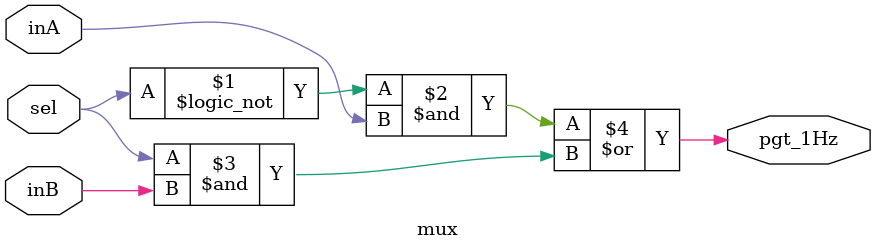
<source format=v>
module mux(input wire sel,inA,inB,output wire pgt_1Hz);
	assign pgt_1Hz= (!sel&inA)|(sel&inB);// implementação de um mux com portas lógicas
endmodule
</source>
